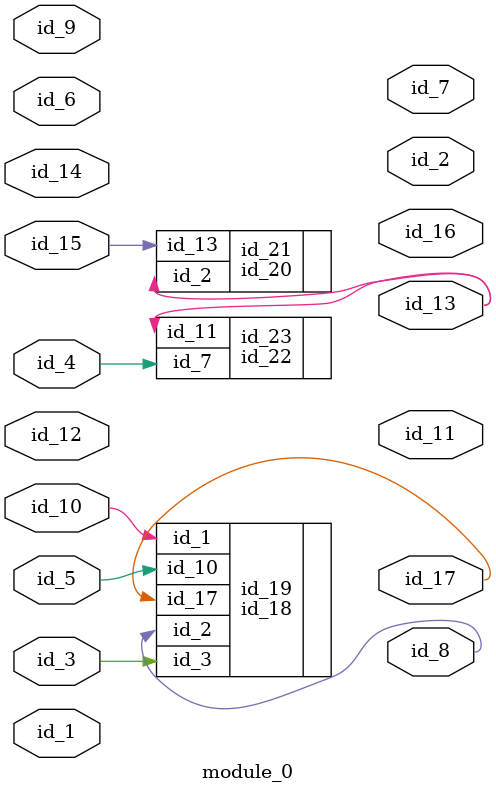
<source format=v>
module module_0 (
    id_1,
    id_2,
    id_3,
    id_4,
    id_5,
    id_6,
    id_7,
    id_8,
    id_9,
    id_10,
    id_11,
    id_12,
    id_13,
    id_14,
    id_15,
    id_16,
    id_17
);
  output id_17;
  output id_16;
  input id_15;
  input id_14;
  output id_13;
  input id_12;
  output id_11;
  input id_10;
  input id_9;
  output id_8;
  output id_7;
  input id_6;
  input id_5;
  input id_4;
  input id_3;
  output id_2;
  input id_1;
  id_18 id_19 (
      .id_2 (id_8),
      .id_1 (id_10),
      .id_3 (id_3),
      .id_10(id_10),
      .id_10(id_5),
      .id_17(id_17)
  );
  id_20 id_21 (
      .id_13(id_15),
      .id_2 (id_13)
  );
  id_22 id_23 (
      .id_11(id_13),
      .id_7 (id_4)
  );
endmodule

</source>
